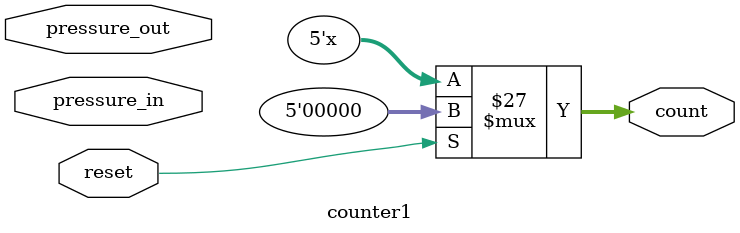
<source format=v>
`timescale 1ns / 1ps

module counter1(
input pressure_in,pressure_out,reset,
output reg [4:0]count);
always@(pressure_out,reset,pressure_in)
begin

if(reset==1)   
begin
count=5'b0;
$display(count);
end

else if(pressure_in==1 && reset==0)
begin   
count=count+5'b1;
$display(count);
end

else if(pressure_out==1 && reset==0)
begin 
count=count-5'b1;
$display(count);
end

end
endmodule



</source>
